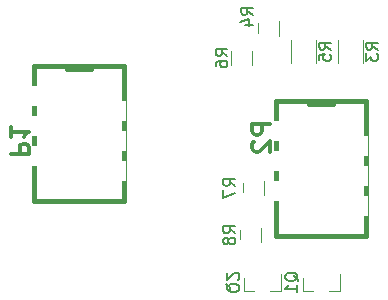
<source format=gbo>
G04 #@! TF.GenerationSoftware,KiCad,Pcbnew,(5.99.0-492-g30da2b31e)*
G04 #@! TF.CreationDate,2019-12-11T09:50:33+01:00*
G04 #@! TF.ProjectId,LED_Panel_Hex,4c45445f-5061-46e6-956c-5f4865782e6b,rev?*
G04 #@! TF.SameCoordinates,Original*
G04 #@! TF.FileFunction,Legend,Bot*
G04 #@! TF.FilePolarity,Positive*
%FSLAX46Y46*%
G04 Gerber Fmt 4.6, Leading zero omitted, Abs format (unit mm)*
G04 Created by KiCad (PCBNEW (5.99.0-492-g30da2b31e)) date 2019-12-11 09:50:33*
%MOMM*%
%LPD*%
G04 APERTURE LIST*
%ADD10C,0.120000*%
%ADD11C,0.381000*%
%ADD12C,0.150000*%
%ADD13C,0.304800*%
%ADD14R,1.700000X1.100000*%
%ADD15R,2.940000X1.670000*%
%ADD16C,6.000000*%
%ADD17R,1.200000X1.300000*%
%ADD18R,2.100000X1.300000*%
G04 APERTURE END LIST*
D10*
X127130000Y-100100000D02*
X127130000Y-98900000D01*
X125370000Y-98900000D02*
X125370000Y-100100000D01*
X127380000Y-96100000D02*
X127380000Y-94900000D01*
X125620000Y-94900000D02*
X125620000Y-96100000D01*
X124620000Y-83900000D02*
X124620000Y-85100000D01*
X126380000Y-85100000D02*
X126380000Y-83900000D01*
X128630000Y-82600000D02*
X128630000Y-81400000D01*
X126870000Y-81400000D02*
X126870000Y-82600000D01*
D11*
X131234000Y-88404000D02*
X133266000Y-88404000D01*
X136060000Y-99580000D02*
X136060000Y-88150000D01*
X136060000Y-88150000D02*
X128440000Y-88150000D01*
X128440000Y-88150000D02*
X128440000Y-99580000D01*
X128440000Y-99580000D02*
X136060000Y-99580000D01*
X110734000Y-85404000D02*
X112766000Y-85404000D01*
X115560000Y-96580000D02*
X115560000Y-85150000D01*
X115560000Y-85150000D02*
X107940000Y-85150000D01*
X107940000Y-85150000D02*
X107940000Y-96580000D01*
X107940000Y-96580000D02*
X115560000Y-96580000D01*
D10*
X133830000Y-104260000D02*
X132900000Y-104260000D01*
X130670000Y-104260000D02*
X131600000Y-104260000D01*
X130670000Y-104260000D02*
X130670000Y-102100000D01*
X133830000Y-104260000D02*
X133830000Y-102800000D01*
X128830000Y-104260000D02*
X127900000Y-104260000D01*
X125670000Y-104260000D02*
X126600000Y-104260000D01*
X125670000Y-104260000D02*
X125670000Y-102100000D01*
X128830000Y-104260000D02*
X128830000Y-102800000D01*
X133680000Y-82950000D02*
X133680000Y-84950000D01*
X135820000Y-84950000D02*
X135820000Y-82950000D01*
X129680000Y-82950000D02*
X129680000Y-84950000D01*
X131820000Y-84950000D02*
X131820000Y-82950000D01*
D12*
X124952380Y-99333333D02*
X124476190Y-99000000D01*
X124952380Y-98761904D02*
X123952380Y-98761904D01*
X123952380Y-99142857D01*
X124000000Y-99238095D01*
X124047619Y-99285714D01*
X124142857Y-99333333D01*
X124285714Y-99333333D01*
X124380952Y-99285714D01*
X124428571Y-99238095D01*
X124476190Y-99142857D01*
X124476190Y-98761904D01*
X124380952Y-99904761D02*
X124333333Y-99809523D01*
X124285714Y-99761904D01*
X124190476Y-99714285D01*
X124142857Y-99714285D01*
X124047619Y-99761904D01*
X124000000Y-99809523D01*
X123952380Y-99904761D01*
X123952380Y-100095238D01*
X124000000Y-100190476D01*
X124047619Y-100238095D01*
X124142857Y-100285714D01*
X124190476Y-100285714D01*
X124285714Y-100238095D01*
X124333333Y-100190476D01*
X124380952Y-100095238D01*
X124380952Y-99904761D01*
X124428571Y-99809523D01*
X124476190Y-99761904D01*
X124571428Y-99714285D01*
X124761904Y-99714285D01*
X124857142Y-99761904D01*
X124904761Y-99809523D01*
X124952380Y-99904761D01*
X124952380Y-100095238D01*
X124904761Y-100190476D01*
X124857142Y-100238095D01*
X124761904Y-100285714D01*
X124571428Y-100285714D01*
X124476190Y-100238095D01*
X124428571Y-100190476D01*
X124380952Y-100095238D01*
X124952380Y-95333333D02*
X124476190Y-95000000D01*
X124952380Y-94761904D02*
X123952380Y-94761904D01*
X123952380Y-95142857D01*
X124000000Y-95238095D01*
X124047619Y-95285714D01*
X124142857Y-95333333D01*
X124285714Y-95333333D01*
X124380952Y-95285714D01*
X124428571Y-95238095D01*
X124476190Y-95142857D01*
X124476190Y-94761904D01*
X123952380Y-95666666D02*
X123952380Y-96333333D01*
X124952380Y-95904761D01*
X124302380Y-84333333D02*
X123826190Y-84000000D01*
X124302380Y-83761904D02*
X123302380Y-83761904D01*
X123302380Y-84142857D01*
X123350000Y-84238095D01*
X123397619Y-84285714D01*
X123492857Y-84333333D01*
X123635714Y-84333333D01*
X123730952Y-84285714D01*
X123778571Y-84238095D01*
X123826190Y-84142857D01*
X123826190Y-83761904D01*
X123302380Y-85190476D02*
X123302380Y-85000000D01*
X123350000Y-84904761D01*
X123397619Y-84857142D01*
X123540476Y-84761904D01*
X123730952Y-84714285D01*
X124111904Y-84714285D01*
X124207142Y-84761904D01*
X124254761Y-84809523D01*
X124302380Y-84904761D01*
X124302380Y-85095238D01*
X124254761Y-85190476D01*
X124207142Y-85238095D01*
X124111904Y-85285714D01*
X123873809Y-85285714D01*
X123778571Y-85238095D01*
X123730952Y-85190476D01*
X123683333Y-85095238D01*
X123683333Y-84904761D01*
X123730952Y-84809523D01*
X123778571Y-84761904D01*
X123873809Y-84714285D01*
X126452380Y-80833333D02*
X125976190Y-80500000D01*
X126452380Y-80261904D02*
X125452380Y-80261904D01*
X125452380Y-80642857D01*
X125500000Y-80738095D01*
X125547619Y-80785714D01*
X125642857Y-80833333D01*
X125785714Y-80833333D01*
X125880952Y-80785714D01*
X125928571Y-80738095D01*
X125976190Y-80642857D01*
X125976190Y-80261904D01*
X125785714Y-81690476D02*
X126452380Y-81690476D01*
X125404761Y-81452380D02*
X126119047Y-81214285D01*
X126119047Y-81833333D01*
D13*
X127939428Y-90125142D02*
X126415428Y-90125142D01*
X126415428Y-90705714D01*
X126488000Y-90850857D01*
X126560571Y-90923428D01*
X126705714Y-90996000D01*
X126923428Y-90996000D01*
X127068571Y-90923428D01*
X127141142Y-90850857D01*
X127213714Y-90705714D01*
X127213714Y-90125142D01*
X126560571Y-91576571D02*
X126488000Y-91649142D01*
X126415428Y-91794285D01*
X126415428Y-92157142D01*
X126488000Y-92302285D01*
X126560571Y-92374857D01*
X126705714Y-92447428D01*
X126850857Y-92447428D01*
X127068571Y-92374857D01*
X127939428Y-91504000D01*
X127939428Y-92447428D01*
X105980571Y-92624857D02*
X107504571Y-92624857D01*
X107504571Y-92044285D01*
X107432000Y-91899142D01*
X107359428Y-91826571D01*
X107214285Y-91754000D01*
X106996571Y-91754000D01*
X106851428Y-91826571D01*
X106778857Y-91899142D01*
X106706285Y-92044285D01*
X106706285Y-92624857D01*
X105980571Y-90302571D02*
X105980571Y-91173428D01*
X105980571Y-90738000D02*
X107504571Y-90738000D01*
X107286857Y-90883142D01*
X107141714Y-91028285D01*
X107069142Y-91173428D01*
D12*
X130297619Y-103404761D02*
X130250000Y-103309523D01*
X130154761Y-103214285D01*
X130011904Y-103071428D01*
X129964285Y-102976190D01*
X129964285Y-102880952D01*
X130202380Y-102928571D02*
X130154761Y-102833333D01*
X130059523Y-102738095D01*
X129869047Y-102690476D01*
X129535714Y-102690476D01*
X129345238Y-102738095D01*
X129250000Y-102833333D01*
X129202380Y-102928571D01*
X129202380Y-103119047D01*
X129250000Y-103214285D01*
X129345238Y-103309523D01*
X129535714Y-103357142D01*
X129869047Y-103357142D01*
X130059523Y-103309523D01*
X130154761Y-103214285D01*
X130202380Y-103119047D01*
X130202380Y-102928571D01*
X130202380Y-104309523D02*
X130202380Y-103738095D01*
X130202380Y-104023809D02*
X129202380Y-104023809D01*
X129345238Y-103928571D01*
X129440476Y-103833333D01*
X129488095Y-103738095D01*
X124202380Y-103595238D02*
X124250000Y-103690476D01*
X124345238Y-103785714D01*
X124488095Y-103928571D01*
X124535714Y-104023809D01*
X124535714Y-104119047D01*
X124297619Y-104071428D02*
X124345238Y-104166666D01*
X124440476Y-104261904D01*
X124630952Y-104309523D01*
X124964285Y-104309523D01*
X125154761Y-104261904D01*
X125250000Y-104166666D01*
X125297619Y-104071428D01*
X125297619Y-103880952D01*
X125250000Y-103785714D01*
X125154761Y-103690476D01*
X124964285Y-103642857D01*
X124630952Y-103642857D01*
X124440476Y-103690476D01*
X124345238Y-103785714D01*
X124297619Y-103880952D01*
X124297619Y-104071428D01*
X125202380Y-103261904D02*
X125250000Y-103214285D01*
X125297619Y-103119047D01*
X125297619Y-102880952D01*
X125250000Y-102785714D01*
X125202380Y-102738095D01*
X125107142Y-102690476D01*
X125011904Y-102690476D01*
X124869047Y-102738095D01*
X124297619Y-103309523D01*
X124297619Y-102690476D01*
X137052380Y-83783333D02*
X136576190Y-83450000D01*
X137052380Y-83211904D02*
X136052380Y-83211904D01*
X136052380Y-83592857D01*
X136100000Y-83688095D01*
X136147619Y-83735714D01*
X136242857Y-83783333D01*
X136385714Y-83783333D01*
X136480952Y-83735714D01*
X136528571Y-83688095D01*
X136576190Y-83592857D01*
X136576190Y-83211904D01*
X136052380Y-84116666D02*
X136052380Y-84735714D01*
X136433333Y-84402380D01*
X136433333Y-84545238D01*
X136480952Y-84640476D01*
X136528571Y-84688095D01*
X136623809Y-84735714D01*
X136861904Y-84735714D01*
X136957142Y-84688095D01*
X137004761Y-84640476D01*
X137052380Y-84545238D01*
X137052380Y-84259523D01*
X137004761Y-84164285D01*
X136957142Y-84116666D01*
X133052380Y-83783333D02*
X132576190Y-83450000D01*
X133052380Y-83211904D02*
X132052380Y-83211904D01*
X132052380Y-83592857D01*
X132100000Y-83688095D01*
X132147619Y-83735714D01*
X132242857Y-83783333D01*
X132385714Y-83783333D01*
X132480952Y-83735714D01*
X132528571Y-83688095D01*
X132576190Y-83592857D01*
X132576190Y-83211904D01*
X132052380Y-84688095D02*
X132052380Y-84211904D01*
X132528571Y-84164285D01*
X132480952Y-84211904D01*
X132433333Y-84307142D01*
X132433333Y-84545238D01*
X132480952Y-84640476D01*
X132528571Y-84688095D01*
X132623809Y-84735714D01*
X132861904Y-84735714D01*
X132957142Y-84688095D01*
X133004761Y-84640476D01*
X133052380Y-84545238D01*
X133052380Y-84307142D01*
X133004761Y-84211904D01*
X132957142Y-84164285D01*
%LPC*%
D14*
X126250000Y-100450000D03*
X126250000Y-98550000D03*
X126500000Y-96450000D03*
X126500000Y-94550000D03*
X125500000Y-83550000D03*
X125500000Y-85450000D03*
X127750000Y-82950000D03*
X127750000Y-81050000D03*
D15*
X129710000Y-90690000D03*
X134790000Y-91960000D03*
X129710000Y-93230000D03*
X134790000Y-94500000D03*
X129710000Y-95770000D03*
X134790000Y-97040000D03*
X109210000Y-87690000D03*
X114290000Y-88960000D03*
X109210000Y-90230000D03*
X114290000Y-91500000D03*
X109210000Y-92770000D03*
X114290000Y-94040000D03*
D16*
X112750000Y-77500000D03*
X112750000Y-101250000D03*
D17*
X131300000Y-102500000D03*
X133200000Y-102500000D03*
X132250000Y-104500000D03*
X126300000Y-102500000D03*
X128200000Y-102500000D03*
X127250000Y-104500000D03*
D18*
X134750000Y-85400000D03*
X134750000Y-82500000D03*
X130750000Y-85400000D03*
X130750000Y-82500000D03*
M02*

</source>
